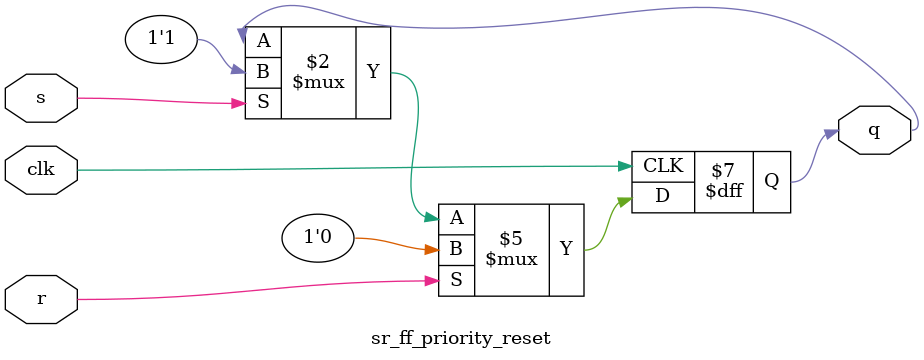
<source format=sv>
module sr_ff_priority_reset (
    input wire clk,
    input wire s,
    input wire r,
    output reg q
);
    // 将输出q逻辑移到时序块中，消除组合逻辑环路
    // 这样可以改善时序性能并降低功耗
    always @(posedge clk) begin
        if (r)         // Reset优先
            q <= 1'b0;
        else if (s)    // Set操作
            q <= 1'b1;
        // 否则保持当前状态
    end
endmodule
</source>
